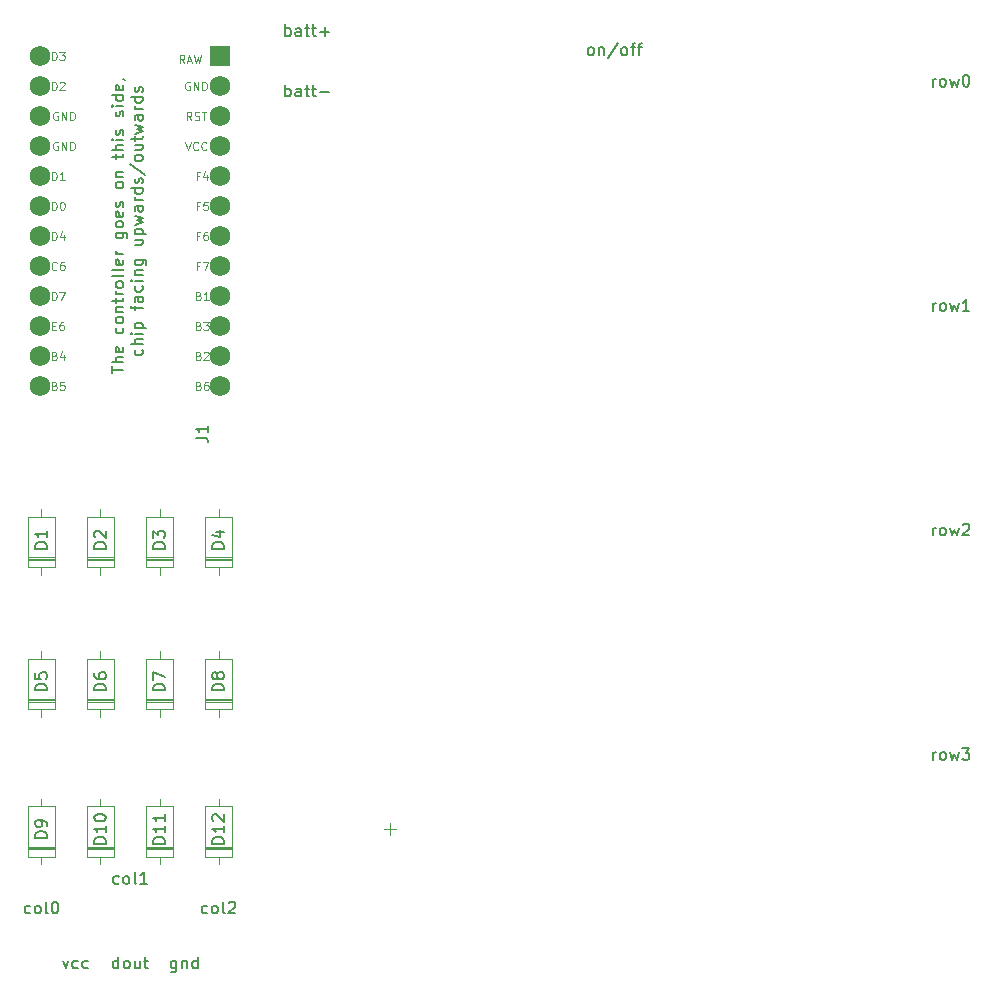
<source format=gbr>
%TF.GenerationSoftware,KiCad,Pcbnew,(6.0.10-0)*%
%TF.CreationDate,2023-01-20T12:34:31+00:00*%
%TF.ProjectId,fauxmac-plus,66617578-6d61-4632-9d70-6c75732e6b69,rev?*%
%TF.SameCoordinates,Original*%
%TF.FileFunction,Legend,Top*%
%TF.FilePolarity,Positive*%
%FSLAX46Y46*%
G04 Gerber Fmt 4.6, Leading zero omitted, Abs format (unit mm)*
G04 Created by KiCad (PCBNEW (6.0.10-0)) date 2023-01-20 12:34:31*
%MOMM*%
%LPD*%
G01*
G04 APERTURE LIST*
%ADD10C,0.150000*%
%ADD11C,0.100000*%
%ADD12C,0.120000*%
%ADD13R,1.752600X1.752600*%
%ADD14C,1.752600*%
G04 APERTURE END LIST*
D10*
X135947380Y-58880952D02*
X135947380Y-58309523D01*
X136947380Y-58595238D02*
X135947380Y-58595238D01*
X136947380Y-57976190D02*
X135947380Y-57976190D01*
X136947380Y-57547619D02*
X136423571Y-57547619D01*
X136328333Y-57595238D01*
X136280714Y-57690476D01*
X136280714Y-57833333D01*
X136328333Y-57928571D01*
X136375952Y-57976190D01*
X136899761Y-56690476D02*
X136947380Y-56785714D01*
X136947380Y-56976190D01*
X136899761Y-57071428D01*
X136804523Y-57119047D01*
X136423571Y-57119047D01*
X136328333Y-57071428D01*
X136280714Y-56976190D01*
X136280714Y-56785714D01*
X136328333Y-56690476D01*
X136423571Y-56642857D01*
X136518809Y-56642857D01*
X136614047Y-57119047D01*
X136899761Y-55023809D02*
X136947380Y-55119047D01*
X136947380Y-55309523D01*
X136899761Y-55404761D01*
X136852142Y-55452380D01*
X136756904Y-55500000D01*
X136471190Y-55500000D01*
X136375952Y-55452380D01*
X136328333Y-55404761D01*
X136280714Y-55309523D01*
X136280714Y-55119047D01*
X136328333Y-55023809D01*
X136947380Y-54452380D02*
X136899761Y-54547619D01*
X136852142Y-54595238D01*
X136756904Y-54642857D01*
X136471190Y-54642857D01*
X136375952Y-54595238D01*
X136328333Y-54547619D01*
X136280714Y-54452380D01*
X136280714Y-54309523D01*
X136328333Y-54214285D01*
X136375952Y-54166666D01*
X136471190Y-54119047D01*
X136756904Y-54119047D01*
X136852142Y-54166666D01*
X136899761Y-54214285D01*
X136947380Y-54309523D01*
X136947380Y-54452380D01*
X136280714Y-53690476D02*
X136947380Y-53690476D01*
X136375952Y-53690476D02*
X136328333Y-53642857D01*
X136280714Y-53547619D01*
X136280714Y-53404761D01*
X136328333Y-53309523D01*
X136423571Y-53261904D01*
X136947380Y-53261904D01*
X136280714Y-52928571D02*
X136280714Y-52547619D01*
X135947380Y-52785714D02*
X136804523Y-52785714D01*
X136899761Y-52738095D01*
X136947380Y-52642857D01*
X136947380Y-52547619D01*
X136947380Y-52214285D02*
X136280714Y-52214285D01*
X136471190Y-52214285D02*
X136375952Y-52166666D01*
X136328333Y-52119047D01*
X136280714Y-52023809D01*
X136280714Y-51928571D01*
X136947380Y-51452380D02*
X136899761Y-51547619D01*
X136852142Y-51595238D01*
X136756904Y-51642857D01*
X136471190Y-51642857D01*
X136375952Y-51595238D01*
X136328333Y-51547619D01*
X136280714Y-51452380D01*
X136280714Y-51309523D01*
X136328333Y-51214285D01*
X136375952Y-51166666D01*
X136471190Y-51119047D01*
X136756904Y-51119047D01*
X136852142Y-51166666D01*
X136899761Y-51214285D01*
X136947380Y-51309523D01*
X136947380Y-51452380D01*
X136947380Y-50547619D02*
X136899761Y-50642857D01*
X136804523Y-50690476D01*
X135947380Y-50690476D01*
X136947380Y-50023809D02*
X136899761Y-50119047D01*
X136804523Y-50166666D01*
X135947380Y-50166666D01*
X136899761Y-49261904D02*
X136947380Y-49357142D01*
X136947380Y-49547619D01*
X136899761Y-49642857D01*
X136804523Y-49690476D01*
X136423571Y-49690476D01*
X136328333Y-49642857D01*
X136280714Y-49547619D01*
X136280714Y-49357142D01*
X136328333Y-49261904D01*
X136423571Y-49214285D01*
X136518809Y-49214285D01*
X136614047Y-49690476D01*
X136947380Y-48785714D02*
X136280714Y-48785714D01*
X136471190Y-48785714D02*
X136375952Y-48738095D01*
X136328333Y-48690476D01*
X136280714Y-48595238D01*
X136280714Y-48500000D01*
X136280714Y-46976190D02*
X137090238Y-46976190D01*
X137185476Y-47023809D01*
X137233095Y-47071428D01*
X137280714Y-47166666D01*
X137280714Y-47309523D01*
X137233095Y-47404761D01*
X136899761Y-46976190D02*
X136947380Y-47071428D01*
X136947380Y-47261904D01*
X136899761Y-47357142D01*
X136852142Y-47404761D01*
X136756904Y-47452380D01*
X136471190Y-47452380D01*
X136375952Y-47404761D01*
X136328333Y-47357142D01*
X136280714Y-47261904D01*
X136280714Y-47071428D01*
X136328333Y-46976190D01*
X136947380Y-46357142D02*
X136899761Y-46452380D01*
X136852142Y-46500000D01*
X136756904Y-46547619D01*
X136471190Y-46547619D01*
X136375952Y-46500000D01*
X136328333Y-46452380D01*
X136280714Y-46357142D01*
X136280714Y-46214285D01*
X136328333Y-46119047D01*
X136375952Y-46071428D01*
X136471190Y-46023809D01*
X136756904Y-46023809D01*
X136852142Y-46071428D01*
X136899761Y-46119047D01*
X136947380Y-46214285D01*
X136947380Y-46357142D01*
X136899761Y-45214285D02*
X136947380Y-45309523D01*
X136947380Y-45500000D01*
X136899761Y-45595238D01*
X136804523Y-45642857D01*
X136423571Y-45642857D01*
X136328333Y-45595238D01*
X136280714Y-45500000D01*
X136280714Y-45309523D01*
X136328333Y-45214285D01*
X136423571Y-45166666D01*
X136518809Y-45166666D01*
X136614047Y-45642857D01*
X136899761Y-44785714D02*
X136947380Y-44690476D01*
X136947380Y-44500000D01*
X136899761Y-44404761D01*
X136804523Y-44357142D01*
X136756904Y-44357142D01*
X136661666Y-44404761D01*
X136614047Y-44500000D01*
X136614047Y-44642857D01*
X136566428Y-44738095D01*
X136471190Y-44785714D01*
X136423571Y-44785714D01*
X136328333Y-44738095D01*
X136280714Y-44642857D01*
X136280714Y-44500000D01*
X136328333Y-44404761D01*
X136947380Y-43023809D02*
X136899761Y-43119047D01*
X136852142Y-43166666D01*
X136756904Y-43214285D01*
X136471190Y-43214285D01*
X136375952Y-43166666D01*
X136328333Y-43119047D01*
X136280714Y-43023809D01*
X136280714Y-42880952D01*
X136328333Y-42785714D01*
X136375952Y-42738095D01*
X136471190Y-42690476D01*
X136756904Y-42690476D01*
X136852142Y-42738095D01*
X136899761Y-42785714D01*
X136947380Y-42880952D01*
X136947380Y-43023809D01*
X136280714Y-42261904D02*
X136947380Y-42261904D01*
X136375952Y-42261904D02*
X136328333Y-42214285D01*
X136280714Y-42119047D01*
X136280714Y-41976190D01*
X136328333Y-41880952D01*
X136423571Y-41833333D01*
X136947380Y-41833333D01*
X136280714Y-40738095D02*
X136280714Y-40357142D01*
X135947380Y-40595238D02*
X136804523Y-40595238D01*
X136899761Y-40547619D01*
X136947380Y-40452380D01*
X136947380Y-40357142D01*
X136947380Y-40023809D02*
X135947380Y-40023809D01*
X136947380Y-39595238D02*
X136423571Y-39595238D01*
X136328333Y-39642857D01*
X136280714Y-39738095D01*
X136280714Y-39880952D01*
X136328333Y-39976190D01*
X136375952Y-40023809D01*
X136947380Y-39119047D02*
X136280714Y-39119047D01*
X135947380Y-39119047D02*
X135995000Y-39166666D01*
X136042619Y-39119047D01*
X135995000Y-39071428D01*
X135947380Y-39119047D01*
X136042619Y-39119047D01*
X136899761Y-38690476D02*
X136947380Y-38595238D01*
X136947380Y-38404761D01*
X136899761Y-38309523D01*
X136804523Y-38261904D01*
X136756904Y-38261904D01*
X136661666Y-38309523D01*
X136614047Y-38404761D01*
X136614047Y-38547619D01*
X136566428Y-38642857D01*
X136471190Y-38690476D01*
X136423571Y-38690476D01*
X136328333Y-38642857D01*
X136280714Y-38547619D01*
X136280714Y-38404761D01*
X136328333Y-38309523D01*
X136899761Y-37119047D02*
X136947380Y-37023809D01*
X136947380Y-36833333D01*
X136899761Y-36738095D01*
X136804523Y-36690476D01*
X136756904Y-36690476D01*
X136661666Y-36738095D01*
X136614047Y-36833333D01*
X136614047Y-36976190D01*
X136566428Y-37071428D01*
X136471190Y-37119047D01*
X136423571Y-37119047D01*
X136328333Y-37071428D01*
X136280714Y-36976190D01*
X136280714Y-36833333D01*
X136328333Y-36738095D01*
X136947380Y-36261904D02*
X136280714Y-36261904D01*
X135947380Y-36261904D02*
X135995000Y-36309523D01*
X136042619Y-36261904D01*
X135995000Y-36214285D01*
X135947380Y-36261904D01*
X136042619Y-36261904D01*
X136947380Y-35357142D02*
X135947380Y-35357142D01*
X136899761Y-35357142D02*
X136947380Y-35452380D01*
X136947380Y-35642857D01*
X136899761Y-35738095D01*
X136852142Y-35785714D01*
X136756904Y-35833333D01*
X136471190Y-35833333D01*
X136375952Y-35785714D01*
X136328333Y-35738095D01*
X136280714Y-35642857D01*
X136280714Y-35452380D01*
X136328333Y-35357142D01*
X136899761Y-34500000D02*
X136947380Y-34595238D01*
X136947380Y-34785714D01*
X136899761Y-34880952D01*
X136804523Y-34928571D01*
X136423571Y-34928571D01*
X136328333Y-34880952D01*
X136280714Y-34785714D01*
X136280714Y-34595238D01*
X136328333Y-34500000D01*
X136423571Y-34452380D01*
X136518809Y-34452380D01*
X136614047Y-34928571D01*
X136899761Y-33976190D02*
X136947380Y-33976190D01*
X137042619Y-34023809D01*
X137090238Y-34071428D01*
X138509761Y-56880952D02*
X138557380Y-56976190D01*
X138557380Y-57166666D01*
X138509761Y-57261904D01*
X138462142Y-57309523D01*
X138366904Y-57357142D01*
X138081190Y-57357142D01*
X137985952Y-57309523D01*
X137938333Y-57261904D01*
X137890714Y-57166666D01*
X137890714Y-56976190D01*
X137938333Y-56880952D01*
X138557380Y-56452380D02*
X137557380Y-56452380D01*
X138557380Y-56023809D02*
X138033571Y-56023809D01*
X137938333Y-56071428D01*
X137890714Y-56166666D01*
X137890714Y-56309523D01*
X137938333Y-56404761D01*
X137985952Y-56452380D01*
X138557380Y-55547619D02*
X137890714Y-55547619D01*
X137557380Y-55547619D02*
X137605000Y-55595238D01*
X137652619Y-55547619D01*
X137605000Y-55500000D01*
X137557380Y-55547619D01*
X137652619Y-55547619D01*
X137890714Y-55071428D02*
X138890714Y-55071428D01*
X137938333Y-55071428D02*
X137890714Y-54976190D01*
X137890714Y-54785714D01*
X137938333Y-54690476D01*
X137985952Y-54642857D01*
X138081190Y-54595238D01*
X138366904Y-54595238D01*
X138462142Y-54642857D01*
X138509761Y-54690476D01*
X138557380Y-54785714D01*
X138557380Y-54976190D01*
X138509761Y-55071428D01*
X137890714Y-53547619D02*
X137890714Y-53166666D01*
X138557380Y-53404761D02*
X137700238Y-53404761D01*
X137605000Y-53357142D01*
X137557380Y-53261904D01*
X137557380Y-53166666D01*
X138557380Y-52404761D02*
X138033571Y-52404761D01*
X137938333Y-52452380D01*
X137890714Y-52547619D01*
X137890714Y-52738095D01*
X137938333Y-52833333D01*
X138509761Y-52404761D02*
X138557380Y-52500000D01*
X138557380Y-52738095D01*
X138509761Y-52833333D01*
X138414523Y-52880952D01*
X138319285Y-52880952D01*
X138224047Y-52833333D01*
X138176428Y-52738095D01*
X138176428Y-52500000D01*
X138128809Y-52404761D01*
X138509761Y-51500000D02*
X138557380Y-51595238D01*
X138557380Y-51785714D01*
X138509761Y-51880952D01*
X138462142Y-51928571D01*
X138366904Y-51976190D01*
X138081190Y-51976190D01*
X137985952Y-51928571D01*
X137938333Y-51880952D01*
X137890714Y-51785714D01*
X137890714Y-51595238D01*
X137938333Y-51500000D01*
X138557380Y-51071428D02*
X137890714Y-51071428D01*
X137557380Y-51071428D02*
X137605000Y-51119047D01*
X137652619Y-51071428D01*
X137605000Y-51023809D01*
X137557380Y-51071428D01*
X137652619Y-51071428D01*
X137890714Y-50595238D02*
X138557380Y-50595238D01*
X137985952Y-50595238D02*
X137938333Y-50547619D01*
X137890714Y-50452380D01*
X137890714Y-50309523D01*
X137938333Y-50214285D01*
X138033571Y-50166666D01*
X138557380Y-50166666D01*
X137890714Y-49261904D02*
X138700238Y-49261904D01*
X138795476Y-49309523D01*
X138843095Y-49357142D01*
X138890714Y-49452380D01*
X138890714Y-49595238D01*
X138843095Y-49690476D01*
X138509761Y-49261904D02*
X138557380Y-49357142D01*
X138557380Y-49547619D01*
X138509761Y-49642857D01*
X138462142Y-49690476D01*
X138366904Y-49738095D01*
X138081190Y-49738095D01*
X137985952Y-49690476D01*
X137938333Y-49642857D01*
X137890714Y-49547619D01*
X137890714Y-49357142D01*
X137938333Y-49261904D01*
X137890714Y-47595238D02*
X138557380Y-47595238D01*
X137890714Y-48023809D02*
X138414523Y-48023809D01*
X138509761Y-47976190D01*
X138557380Y-47880952D01*
X138557380Y-47738095D01*
X138509761Y-47642857D01*
X138462142Y-47595238D01*
X137890714Y-47119047D02*
X138890714Y-47119047D01*
X137938333Y-47119047D02*
X137890714Y-47023809D01*
X137890714Y-46833333D01*
X137938333Y-46738095D01*
X137985952Y-46690476D01*
X138081190Y-46642857D01*
X138366904Y-46642857D01*
X138462142Y-46690476D01*
X138509761Y-46738095D01*
X138557380Y-46833333D01*
X138557380Y-47023809D01*
X138509761Y-47119047D01*
X137890714Y-46309523D02*
X138557380Y-46119047D01*
X138081190Y-45928571D01*
X138557380Y-45738095D01*
X137890714Y-45547619D01*
X138557380Y-44738095D02*
X138033571Y-44738095D01*
X137938333Y-44785714D01*
X137890714Y-44880952D01*
X137890714Y-45071428D01*
X137938333Y-45166666D01*
X138509761Y-44738095D02*
X138557380Y-44833333D01*
X138557380Y-45071428D01*
X138509761Y-45166666D01*
X138414523Y-45214285D01*
X138319285Y-45214285D01*
X138224047Y-45166666D01*
X138176428Y-45071428D01*
X138176428Y-44833333D01*
X138128809Y-44738095D01*
X138557380Y-44261904D02*
X137890714Y-44261904D01*
X138081190Y-44261904D02*
X137985952Y-44214285D01*
X137938333Y-44166666D01*
X137890714Y-44071428D01*
X137890714Y-43976190D01*
X138557380Y-43214285D02*
X137557380Y-43214285D01*
X138509761Y-43214285D02*
X138557380Y-43309523D01*
X138557380Y-43500000D01*
X138509761Y-43595238D01*
X138462142Y-43642857D01*
X138366904Y-43690476D01*
X138081190Y-43690476D01*
X137985952Y-43642857D01*
X137938333Y-43595238D01*
X137890714Y-43500000D01*
X137890714Y-43309523D01*
X137938333Y-43214285D01*
X138509761Y-42785714D02*
X138557380Y-42690476D01*
X138557380Y-42500000D01*
X138509761Y-42404761D01*
X138414523Y-42357142D01*
X138366904Y-42357142D01*
X138271666Y-42404761D01*
X138224047Y-42500000D01*
X138224047Y-42642857D01*
X138176428Y-42738095D01*
X138081190Y-42785714D01*
X138033571Y-42785714D01*
X137938333Y-42738095D01*
X137890714Y-42642857D01*
X137890714Y-42500000D01*
X137938333Y-42404761D01*
X137509761Y-41214285D02*
X138795476Y-42071428D01*
X138557380Y-40738095D02*
X138509761Y-40833333D01*
X138462142Y-40880952D01*
X138366904Y-40928571D01*
X138081190Y-40928571D01*
X137985952Y-40880952D01*
X137938333Y-40833333D01*
X137890714Y-40738095D01*
X137890714Y-40595238D01*
X137938333Y-40500000D01*
X137985952Y-40452380D01*
X138081190Y-40404761D01*
X138366904Y-40404761D01*
X138462142Y-40452380D01*
X138509761Y-40500000D01*
X138557380Y-40595238D01*
X138557380Y-40738095D01*
X137890714Y-39547619D02*
X138557380Y-39547619D01*
X137890714Y-39976190D02*
X138414523Y-39976190D01*
X138509761Y-39928571D01*
X138557380Y-39833333D01*
X138557380Y-39690476D01*
X138509761Y-39595238D01*
X138462142Y-39547619D01*
X137890714Y-39214285D02*
X137890714Y-38833333D01*
X137557380Y-39071428D02*
X138414523Y-39071428D01*
X138509761Y-39023809D01*
X138557380Y-38928571D01*
X138557380Y-38833333D01*
X137890714Y-38595238D02*
X138557380Y-38404761D01*
X138081190Y-38214285D01*
X138557380Y-38023809D01*
X137890714Y-37833333D01*
X138557380Y-37023809D02*
X138033571Y-37023809D01*
X137938333Y-37071428D01*
X137890714Y-37166666D01*
X137890714Y-37357142D01*
X137938333Y-37452380D01*
X138509761Y-37023809D02*
X138557380Y-37119047D01*
X138557380Y-37357142D01*
X138509761Y-37452380D01*
X138414523Y-37500000D01*
X138319285Y-37500000D01*
X138224047Y-37452380D01*
X138176428Y-37357142D01*
X138176428Y-37119047D01*
X138128809Y-37023809D01*
X138557380Y-36547619D02*
X137890714Y-36547619D01*
X138081190Y-36547619D02*
X137985952Y-36500000D01*
X137938333Y-36452380D01*
X137890714Y-36357142D01*
X137890714Y-36261904D01*
X138557380Y-35500000D02*
X137557380Y-35500000D01*
X138509761Y-35500000D02*
X138557380Y-35595238D01*
X138557380Y-35785714D01*
X138509761Y-35880952D01*
X138462142Y-35928571D01*
X138366904Y-35976190D01*
X138081190Y-35976190D01*
X137985952Y-35928571D01*
X137938333Y-35880952D01*
X137890714Y-35785714D01*
X137890714Y-35595238D01*
X137938333Y-35500000D01*
X138509761Y-35071428D02*
X138557380Y-34976190D01*
X138557380Y-34785714D01*
X138509761Y-34690476D01*
X138414523Y-34642857D01*
X138366904Y-34642857D01*
X138271666Y-34690476D01*
X138224047Y-34785714D01*
X138224047Y-34928571D01*
X138176428Y-35023809D01*
X138081190Y-35071428D01*
X138033571Y-35071428D01*
X137938333Y-35023809D01*
X137890714Y-34928571D01*
X137890714Y-34785714D01*
X137938333Y-34690476D01*
%TO.C,batt-*%
X150642857Y-35452380D02*
X150642857Y-34452380D01*
X150642857Y-34833333D02*
X150738095Y-34785714D01*
X150928571Y-34785714D01*
X151023809Y-34833333D01*
X151071428Y-34880952D01*
X151119047Y-34976190D01*
X151119047Y-35261904D01*
X151071428Y-35357142D01*
X151023809Y-35404761D01*
X150928571Y-35452380D01*
X150738095Y-35452380D01*
X150642857Y-35404761D01*
X151976190Y-35452380D02*
X151976190Y-34928571D01*
X151928571Y-34833333D01*
X151833333Y-34785714D01*
X151642857Y-34785714D01*
X151547619Y-34833333D01*
X151976190Y-35404761D02*
X151880952Y-35452380D01*
X151642857Y-35452380D01*
X151547619Y-35404761D01*
X151500000Y-35309523D01*
X151500000Y-35214285D01*
X151547619Y-35119047D01*
X151642857Y-35071428D01*
X151880952Y-35071428D01*
X151976190Y-35023809D01*
X152309523Y-34785714D02*
X152690476Y-34785714D01*
X152452380Y-34452380D02*
X152452380Y-35309523D01*
X152500000Y-35404761D01*
X152595238Y-35452380D01*
X152690476Y-35452380D01*
X152880952Y-34785714D02*
X153261904Y-34785714D01*
X153023809Y-34452380D02*
X153023809Y-35309523D01*
X153071428Y-35404761D01*
X153166666Y-35452380D01*
X153261904Y-35452380D01*
X153595238Y-35071428D02*
X154357142Y-35071428D01*
%TO.C,batt+*%
X150642857Y-30352380D02*
X150642857Y-29352380D01*
X150642857Y-29733333D02*
X150738095Y-29685714D01*
X150928571Y-29685714D01*
X151023809Y-29733333D01*
X151071428Y-29780952D01*
X151119047Y-29876190D01*
X151119047Y-30161904D01*
X151071428Y-30257142D01*
X151023809Y-30304761D01*
X150928571Y-30352380D01*
X150738095Y-30352380D01*
X150642857Y-30304761D01*
X151976190Y-30352380D02*
X151976190Y-29828571D01*
X151928571Y-29733333D01*
X151833333Y-29685714D01*
X151642857Y-29685714D01*
X151547619Y-29733333D01*
X151976190Y-30304761D02*
X151880952Y-30352380D01*
X151642857Y-30352380D01*
X151547619Y-30304761D01*
X151500000Y-30209523D01*
X151500000Y-30114285D01*
X151547619Y-30019047D01*
X151642857Y-29971428D01*
X151880952Y-29971428D01*
X151976190Y-29923809D01*
X152309523Y-29685714D02*
X152690476Y-29685714D01*
X152452380Y-29352380D02*
X152452380Y-30209523D01*
X152500000Y-30304761D01*
X152595238Y-30352380D01*
X152690476Y-30352380D01*
X152880952Y-29685714D02*
X153261904Y-29685714D01*
X153023809Y-29352380D02*
X153023809Y-30209523D01*
X153071428Y-30304761D01*
X153166666Y-30352380D01*
X153261904Y-30352380D01*
X153595238Y-29971428D02*
X154357142Y-29971428D01*
X153976190Y-30352380D02*
X153976190Y-29590476D01*
%TO.C,col0*%
X129047619Y-104574761D02*
X128952380Y-104622380D01*
X128761904Y-104622380D01*
X128666666Y-104574761D01*
X128619047Y-104527142D01*
X128571428Y-104431904D01*
X128571428Y-104146190D01*
X128619047Y-104050952D01*
X128666666Y-104003333D01*
X128761904Y-103955714D01*
X128952380Y-103955714D01*
X129047619Y-104003333D01*
X129619047Y-104622380D02*
X129523809Y-104574761D01*
X129476190Y-104527142D01*
X129428571Y-104431904D01*
X129428571Y-104146190D01*
X129476190Y-104050952D01*
X129523809Y-104003333D01*
X129619047Y-103955714D01*
X129761904Y-103955714D01*
X129857142Y-104003333D01*
X129904761Y-104050952D01*
X129952380Y-104146190D01*
X129952380Y-104431904D01*
X129904761Y-104527142D01*
X129857142Y-104574761D01*
X129761904Y-104622380D01*
X129619047Y-104622380D01*
X130523809Y-104622380D02*
X130428571Y-104574761D01*
X130380952Y-104479523D01*
X130380952Y-103622380D01*
X131095238Y-103622380D02*
X131190476Y-103622380D01*
X131285714Y-103670000D01*
X131333333Y-103717619D01*
X131380952Y-103812857D01*
X131428571Y-104003333D01*
X131428571Y-104241428D01*
X131380952Y-104431904D01*
X131333333Y-104527142D01*
X131285714Y-104574761D01*
X131190476Y-104622380D01*
X131095238Y-104622380D01*
X131000000Y-104574761D01*
X130952380Y-104527142D01*
X130904761Y-104431904D01*
X130857142Y-104241428D01*
X130857142Y-104003333D01*
X130904761Y-103812857D01*
X130952380Y-103717619D01*
X131000000Y-103670000D01*
X131095238Y-103622380D01*
%TO.C,col1*%
X136547619Y-102074761D02*
X136452380Y-102122380D01*
X136261904Y-102122380D01*
X136166666Y-102074761D01*
X136119047Y-102027142D01*
X136071428Y-101931904D01*
X136071428Y-101646190D01*
X136119047Y-101550952D01*
X136166666Y-101503333D01*
X136261904Y-101455714D01*
X136452380Y-101455714D01*
X136547619Y-101503333D01*
X137119047Y-102122380D02*
X137023809Y-102074761D01*
X136976190Y-102027142D01*
X136928571Y-101931904D01*
X136928571Y-101646190D01*
X136976190Y-101550952D01*
X137023809Y-101503333D01*
X137119047Y-101455714D01*
X137261904Y-101455714D01*
X137357142Y-101503333D01*
X137404761Y-101550952D01*
X137452380Y-101646190D01*
X137452380Y-101931904D01*
X137404761Y-102027142D01*
X137357142Y-102074761D01*
X137261904Y-102122380D01*
X137119047Y-102122380D01*
X138023809Y-102122380D02*
X137928571Y-102074761D01*
X137880952Y-101979523D01*
X137880952Y-101122380D01*
X138928571Y-102122380D02*
X138357142Y-102122380D01*
X138642857Y-102122380D02*
X138642857Y-101122380D01*
X138547619Y-101265238D01*
X138452380Y-101360476D01*
X138357142Y-101408095D01*
%TO.C,col2*%
X144047619Y-104574761D02*
X143952380Y-104622380D01*
X143761904Y-104622380D01*
X143666666Y-104574761D01*
X143619047Y-104527142D01*
X143571428Y-104431904D01*
X143571428Y-104146190D01*
X143619047Y-104050952D01*
X143666666Y-104003333D01*
X143761904Y-103955714D01*
X143952380Y-103955714D01*
X144047619Y-104003333D01*
X144619047Y-104622380D02*
X144523809Y-104574761D01*
X144476190Y-104527142D01*
X144428571Y-104431904D01*
X144428571Y-104146190D01*
X144476190Y-104050952D01*
X144523809Y-104003333D01*
X144619047Y-103955714D01*
X144761904Y-103955714D01*
X144857142Y-104003333D01*
X144904761Y-104050952D01*
X144952380Y-104146190D01*
X144952380Y-104431904D01*
X144904761Y-104527142D01*
X144857142Y-104574761D01*
X144761904Y-104622380D01*
X144619047Y-104622380D01*
X145523809Y-104622380D02*
X145428571Y-104574761D01*
X145380952Y-104479523D01*
X145380952Y-103622380D01*
X145857142Y-103717619D02*
X145904761Y-103670000D01*
X146000000Y-103622380D01*
X146238095Y-103622380D01*
X146333333Y-103670000D01*
X146380952Y-103717619D01*
X146428571Y-103812857D01*
X146428571Y-103908095D01*
X146380952Y-104050952D01*
X145809523Y-104622380D01*
X146428571Y-104622380D01*
%TO.C,D1*%
X130452380Y-73738095D02*
X129452380Y-73738095D01*
X129452380Y-73500000D01*
X129500000Y-73357142D01*
X129595238Y-73261904D01*
X129690476Y-73214285D01*
X129880952Y-73166666D01*
X130023809Y-73166666D01*
X130214285Y-73214285D01*
X130309523Y-73261904D01*
X130404761Y-73357142D01*
X130452380Y-73500000D01*
X130452380Y-73738095D01*
X130452380Y-72214285D02*
X130452380Y-72785714D01*
X130452380Y-72500000D02*
X129452380Y-72500000D01*
X129595238Y-72595238D01*
X129690476Y-72690476D01*
X129738095Y-72785714D01*
%TO.C,D3*%
X140452380Y-73738095D02*
X139452380Y-73738095D01*
X139452380Y-73500000D01*
X139500000Y-73357142D01*
X139595238Y-73261904D01*
X139690476Y-73214285D01*
X139880952Y-73166666D01*
X140023809Y-73166666D01*
X140214285Y-73214285D01*
X140309523Y-73261904D01*
X140404761Y-73357142D01*
X140452380Y-73500000D01*
X140452380Y-73738095D01*
X139452380Y-72833333D02*
X139452380Y-72214285D01*
X139833333Y-72547619D01*
X139833333Y-72404761D01*
X139880952Y-72309523D01*
X139928571Y-72261904D01*
X140023809Y-72214285D01*
X140261904Y-72214285D01*
X140357142Y-72261904D01*
X140404761Y-72309523D01*
X140452380Y-72404761D01*
X140452380Y-72690476D01*
X140404761Y-72785714D01*
X140357142Y-72833333D01*
%TO.C,D5*%
X130452380Y-85738095D02*
X129452380Y-85738095D01*
X129452380Y-85500000D01*
X129500000Y-85357142D01*
X129595238Y-85261904D01*
X129690476Y-85214285D01*
X129880952Y-85166666D01*
X130023809Y-85166666D01*
X130214285Y-85214285D01*
X130309523Y-85261904D01*
X130404761Y-85357142D01*
X130452380Y-85500000D01*
X130452380Y-85738095D01*
X129452380Y-84261904D02*
X129452380Y-84738095D01*
X129928571Y-84785714D01*
X129880952Y-84738095D01*
X129833333Y-84642857D01*
X129833333Y-84404761D01*
X129880952Y-84309523D01*
X129928571Y-84261904D01*
X130023809Y-84214285D01*
X130261904Y-84214285D01*
X130357142Y-84261904D01*
X130404761Y-84309523D01*
X130452380Y-84404761D01*
X130452380Y-84642857D01*
X130404761Y-84738095D01*
X130357142Y-84785714D01*
%TO.C,D6*%
X135452380Y-85738095D02*
X134452380Y-85738095D01*
X134452380Y-85500000D01*
X134500000Y-85357142D01*
X134595238Y-85261904D01*
X134690476Y-85214285D01*
X134880952Y-85166666D01*
X135023809Y-85166666D01*
X135214285Y-85214285D01*
X135309523Y-85261904D01*
X135404761Y-85357142D01*
X135452380Y-85500000D01*
X135452380Y-85738095D01*
X134452380Y-84309523D02*
X134452380Y-84500000D01*
X134500000Y-84595238D01*
X134547619Y-84642857D01*
X134690476Y-84738095D01*
X134880952Y-84785714D01*
X135261904Y-84785714D01*
X135357142Y-84738095D01*
X135404761Y-84690476D01*
X135452380Y-84595238D01*
X135452380Y-84404761D01*
X135404761Y-84309523D01*
X135357142Y-84261904D01*
X135261904Y-84214285D01*
X135023809Y-84214285D01*
X134928571Y-84261904D01*
X134880952Y-84309523D01*
X134833333Y-84404761D01*
X134833333Y-84595238D01*
X134880952Y-84690476D01*
X134928571Y-84738095D01*
X135023809Y-84785714D01*
%TO.C,D7*%
X140452380Y-85738095D02*
X139452380Y-85738095D01*
X139452380Y-85500000D01*
X139500000Y-85357142D01*
X139595238Y-85261904D01*
X139690476Y-85214285D01*
X139880952Y-85166666D01*
X140023809Y-85166666D01*
X140214285Y-85214285D01*
X140309523Y-85261904D01*
X140404761Y-85357142D01*
X140452380Y-85500000D01*
X140452380Y-85738095D01*
X139452380Y-84833333D02*
X139452380Y-84166666D01*
X140452380Y-84595238D01*
%TO.C,D8*%
X145452380Y-85738095D02*
X144452380Y-85738095D01*
X144452380Y-85500000D01*
X144500000Y-85357142D01*
X144595238Y-85261904D01*
X144690476Y-85214285D01*
X144880952Y-85166666D01*
X145023809Y-85166666D01*
X145214285Y-85214285D01*
X145309523Y-85261904D01*
X145404761Y-85357142D01*
X145452380Y-85500000D01*
X145452380Y-85738095D01*
X144880952Y-84595238D02*
X144833333Y-84690476D01*
X144785714Y-84738095D01*
X144690476Y-84785714D01*
X144642857Y-84785714D01*
X144547619Y-84738095D01*
X144500000Y-84690476D01*
X144452380Y-84595238D01*
X144452380Y-84404761D01*
X144500000Y-84309523D01*
X144547619Y-84261904D01*
X144642857Y-84214285D01*
X144690476Y-84214285D01*
X144785714Y-84261904D01*
X144833333Y-84309523D01*
X144880952Y-84404761D01*
X144880952Y-84595238D01*
X144928571Y-84690476D01*
X144976190Y-84738095D01*
X145071428Y-84785714D01*
X145261904Y-84785714D01*
X145357142Y-84738095D01*
X145404761Y-84690476D01*
X145452380Y-84595238D01*
X145452380Y-84404761D01*
X145404761Y-84309523D01*
X145357142Y-84261904D01*
X145261904Y-84214285D01*
X145071428Y-84214285D01*
X144976190Y-84261904D01*
X144928571Y-84309523D01*
X144880952Y-84404761D01*
%TO.C,D9*%
X130452380Y-98238095D02*
X129452380Y-98238095D01*
X129452380Y-98000000D01*
X129500000Y-97857142D01*
X129595238Y-97761904D01*
X129690476Y-97714285D01*
X129880952Y-97666666D01*
X130023809Y-97666666D01*
X130214285Y-97714285D01*
X130309523Y-97761904D01*
X130404761Y-97857142D01*
X130452380Y-98000000D01*
X130452380Y-98238095D01*
X130452380Y-97190476D02*
X130452380Y-97000000D01*
X130404761Y-96904761D01*
X130357142Y-96857142D01*
X130214285Y-96761904D01*
X130023809Y-96714285D01*
X129642857Y-96714285D01*
X129547619Y-96761904D01*
X129500000Y-96809523D01*
X129452380Y-96904761D01*
X129452380Y-97095238D01*
X129500000Y-97190476D01*
X129547619Y-97238095D01*
X129642857Y-97285714D01*
X129880952Y-97285714D01*
X129976190Y-97238095D01*
X130023809Y-97190476D01*
X130071428Y-97095238D01*
X130071428Y-96904761D01*
X130023809Y-96809523D01*
X129976190Y-96761904D01*
X129880952Y-96714285D01*
%TO.C,D10*%
X135452380Y-98714285D02*
X134452380Y-98714285D01*
X134452380Y-98476190D01*
X134500000Y-98333333D01*
X134595238Y-98238095D01*
X134690476Y-98190476D01*
X134880952Y-98142857D01*
X135023809Y-98142857D01*
X135214285Y-98190476D01*
X135309523Y-98238095D01*
X135404761Y-98333333D01*
X135452380Y-98476190D01*
X135452380Y-98714285D01*
X135452380Y-97190476D02*
X135452380Y-97761904D01*
X135452380Y-97476190D02*
X134452380Y-97476190D01*
X134595238Y-97571428D01*
X134690476Y-97666666D01*
X134738095Y-97761904D01*
X134452380Y-96571428D02*
X134452380Y-96476190D01*
X134500000Y-96380952D01*
X134547619Y-96333333D01*
X134642857Y-96285714D01*
X134833333Y-96238095D01*
X135071428Y-96238095D01*
X135261904Y-96285714D01*
X135357142Y-96333333D01*
X135404761Y-96380952D01*
X135452380Y-96476190D01*
X135452380Y-96571428D01*
X135404761Y-96666666D01*
X135357142Y-96714285D01*
X135261904Y-96761904D01*
X135071428Y-96809523D01*
X134833333Y-96809523D01*
X134642857Y-96761904D01*
X134547619Y-96714285D01*
X134500000Y-96666666D01*
X134452380Y-96571428D01*
%TO.C,D12*%
X145452380Y-98714285D02*
X144452380Y-98714285D01*
X144452380Y-98476190D01*
X144500000Y-98333333D01*
X144595238Y-98238095D01*
X144690476Y-98190476D01*
X144880952Y-98142857D01*
X145023809Y-98142857D01*
X145214285Y-98190476D01*
X145309523Y-98238095D01*
X145404761Y-98333333D01*
X145452380Y-98476190D01*
X145452380Y-98714285D01*
X145452380Y-97190476D02*
X145452380Y-97761904D01*
X145452380Y-97476190D02*
X144452380Y-97476190D01*
X144595238Y-97571428D01*
X144690476Y-97666666D01*
X144738095Y-97761904D01*
X144547619Y-96809523D02*
X144500000Y-96761904D01*
X144452380Y-96666666D01*
X144452380Y-96428571D01*
X144500000Y-96333333D01*
X144547619Y-96285714D01*
X144642857Y-96238095D01*
X144738095Y-96238095D01*
X144880952Y-96285714D01*
X145452380Y-96857142D01*
X145452380Y-96238095D01*
%TO.C,row0*%
X205476190Y-34622380D02*
X205476190Y-33955714D01*
X205476190Y-34146190D02*
X205523809Y-34050952D01*
X205571428Y-34003333D01*
X205666666Y-33955714D01*
X205761904Y-33955714D01*
X206238095Y-34622380D02*
X206142857Y-34574761D01*
X206095238Y-34527142D01*
X206047619Y-34431904D01*
X206047619Y-34146190D01*
X206095238Y-34050952D01*
X206142857Y-34003333D01*
X206238095Y-33955714D01*
X206380952Y-33955714D01*
X206476190Y-34003333D01*
X206523809Y-34050952D01*
X206571428Y-34146190D01*
X206571428Y-34431904D01*
X206523809Y-34527142D01*
X206476190Y-34574761D01*
X206380952Y-34622380D01*
X206238095Y-34622380D01*
X206904761Y-33955714D02*
X207095238Y-34622380D01*
X207285714Y-34146190D01*
X207476190Y-34622380D01*
X207666666Y-33955714D01*
X208238095Y-33622380D02*
X208333333Y-33622380D01*
X208428571Y-33670000D01*
X208476190Y-33717619D01*
X208523809Y-33812857D01*
X208571428Y-34003333D01*
X208571428Y-34241428D01*
X208523809Y-34431904D01*
X208476190Y-34527142D01*
X208428571Y-34574761D01*
X208333333Y-34622380D01*
X208238095Y-34622380D01*
X208142857Y-34574761D01*
X208095238Y-34527142D01*
X208047619Y-34431904D01*
X208000000Y-34241428D01*
X208000000Y-34003333D01*
X208047619Y-33812857D01*
X208095238Y-33717619D01*
X208142857Y-33670000D01*
X208238095Y-33622380D01*
%TO.C,row1*%
X205476190Y-53622380D02*
X205476190Y-52955714D01*
X205476190Y-53146190D02*
X205523809Y-53050952D01*
X205571428Y-53003333D01*
X205666666Y-52955714D01*
X205761904Y-52955714D01*
X206238095Y-53622380D02*
X206142857Y-53574761D01*
X206095238Y-53527142D01*
X206047619Y-53431904D01*
X206047619Y-53146190D01*
X206095238Y-53050952D01*
X206142857Y-53003333D01*
X206238095Y-52955714D01*
X206380952Y-52955714D01*
X206476190Y-53003333D01*
X206523809Y-53050952D01*
X206571428Y-53146190D01*
X206571428Y-53431904D01*
X206523809Y-53527142D01*
X206476190Y-53574761D01*
X206380952Y-53622380D01*
X206238095Y-53622380D01*
X206904761Y-52955714D02*
X207095238Y-53622380D01*
X207285714Y-53146190D01*
X207476190Y-53622380D01*
X207666666Y-52955714D01*
X208571428Y-53622380D02*
X208000000Y-53622380D01*
X208285714Y-53622380D02*
X208285714Y-52622380D01*
X208190476Y-52765238D01*
X208095238Y-52860476D01*
X208000000Y-52908095D01*
%TO.C,row2*%
X205476190Y-72622380D02*
X205476190Y-71955714D01*
X205476190Y-72146190D02*
X205523809Y-72050952D01*
X205571428Y-72003333D01*
X205666666Y-71955714D01*
X205761904Y-71955714D01*
X206238095Y-72622380D02*
X206142857Y-72574761D01*
X206095238Y-72527142D01*
X206047619Y-72431904D01*
X206047619Y-72146190D01*
X206095238Y-72050952D01*
X206142857Y-72003333D01*
X206238095Y-71955714D01*
X206380952Y-71955714D01*
X206476190Y-72003333D01*
X206523809Y-72050952D01*
X206571428Y-72146190D01*
X206571428Y-72431904D01*
X206523809Y-72527142D01*
X206476190Y-72574761D01*
X206380952Y-72622380D01*
X206238095Y-72622380D01*
X206904761Y-71955714D02*
X207095238Y-72622380D01*
X207285714Y-72146190D01*
X207476190Y-72622380D01*
X207666666Y-71955714D01*
X208000000Y-71717619D02*
X208047619Y-71670000D01*
X208142857Y-71622380D01*
X208380952Y-71622380D01*
X208476190Y-71670000D01*
X208523809Y-71717619D01*
X208571428Y-71812857D01*
X208571428Y-71908095D01*
X208523809Y-72050952D01*
X207952380Y-72622380D01*
X208571428Y-72622380D01*
%TO.C,row3*%
X205476190Y-91622380D02*
X205476190Y-90955714D01*
X205476190Y-91146190D02*
X205523809Y-91050952D01*
X205571428Y-91003333D01*
X205666666Y-90955714D01*
X205761904Y-90955714D01*
X206238095Y-91622380D02*
X206142857Y-91574761D01*
X206095238Y-91527142D01*
X206047619Y-91431904D01*
X206047619Y-91146190D01*
X206095238Y-91050952D01*
X206142857Y-91003333D01*
X206238095Y-90955714D01*
X206380952Y-90955714D01*
X206476190Y-91003333D01*
X206523809Y-91050952D01*
X206571428Y-91146190D01*
X206571428Y-91431904D01*
X206523809Y-91527142D01*
X206476190Y-91574761D01*
X206380952Y-91622380D01*
X206238095Y-91622380D01*
X206904761Y-90955714D02*
X207095238Y-91622380D01*
X207285714Y-91146190D01*
X207476190Y-91622380D01*
X207666666Y-90955714D01*
X207952380Y-90622380D02*
X208571428Y-90622380D01*
X208238095Y-91003333D01*
X208380952Y-91003333D01*
X208476190Y-91050952D01*
X208523809Y-91098571D01*
X208571428Y-91193809D01*
X208571428Y-91431904D01*
X208523809Y-91527142D01*
X208476190Y-91574761D01*
X208380952Y-91622380D01*
X208095238Y-91622380D01*
X208000000Y-91574761D01*
X207952380Y-91527142D01*
%TO.C,on/off*%
X176428571Y-31952380D02*
X176333333Y-31904761D01*
X176285714Y-31857142D01*
X176238095Y-31761904D01*
X176238095Y-31476190D01*
X176285714Y-31380952D01*
X176333333Y-31333333D01*
X176428571Y-31285714D01*
X176571428Y-31285714D01*
X176666666Y-31333333D01*
X176714285Y-31380952D01*
X176761904Y-31476190D01*
X176761904Y-31761904D01*
X176714285Y-31857142D01*
X176666666Y-31904761D01*
X176571428Y-31952380D01*
X176428571Y-31952380D01*
X177190476Y-31285714D02*
X177190476Y-31952380D01*
X177190476Y-31380952D02*
X177238095Y-31333333D01*
X177333333Y-31285714D01*
X177476190Y-31285714D01*
X177571428Y-31333333D01*
X177619047Y-31428571D01*
X177619047Y-31952380D01*
X178809523Y-30904761D02*
X177952380Y-32190476D01*
X179285714Y-31952380D02*
X179190476Y-31904761D01*
X179142857Y-31857142D01*
X179095238Y-31761904D01*
X179095238Y-31476190D01*
X179142857Y-31380952D01*
X179190476Y-31333333D01*
X179285714Y-31285714D01*
X179428571Y-31285714D01*
X179523809Y-31333333D01*
X179571428Y-31380952D01*
X179619047Y-31476190D01*
X179619047Y-31761904D01*
X179571428Y-31857142D01*
X179523809Y-31904761D01*
X179428571Y-31952380D01*
X179285714Y-31952380D01*
X179904761Y-31285714D02*
X180285714Y-31285714D01*
X180047619Y-31952380D02*
X180047619Y-31095238D01*
X180095238Y-31000000D01*
X180190476Y-30952380D01*
X180285714Y-30952380D01*
X180476190Y-31285714D02*
X180857142Y-31285714D01*
X180619047Y-31952380D02*
X180619047Y-31095238D01*
X180666666Y-31000000D01*
X180761904Y-30952380D01*
X180857142Y-30952380D01*
%TO.C,D2*%
X135452380Y-73738095D02*
X134452380Y-73738095D01*
X134452380Y-73500000D01*
X134500000Y-73357142D01*
X134595238Y-73261904D01*
X134690476Y-73214285D01*
X134880952Y-73166666D01*
X135023809Y-73166666D01*
X135214285Y-73214285D01*
X135309523Y-73261904D01*
X135404761Y-73357142D01*
X135452380Y-73500000D01*
X135452380Y-73738095D01*
X134547619Y-72785714D02*
X134500000Y-72738095D01*
X134452380Y-72642857D01*
X134452380Y-72404761D01*
X134500000Y-72309523D01*
X134547619Y-72261904D01*
X134642857Y-72214285D01*
X134738095Y-72214285D01*
X134880952Y-72261904D01*
X135452380Y-72833333D01*
X135452380Y-72214285D01*
%TO.C,D4*%
X145452380Y-73738095D02*
X144452380Y-73738095D01*
X144452380Y-73500000D01*
X144500000Y-73357142D01*
X144595238Y-73261904D01*
X144690476Y-73214285D01*
X144880952Y-73166666D01*
X145023809Y-73166666D01*
X145214285Y-73214285D01*
X145309523Y-73261904D01*
X145404761Y-73357142D01*
X145452380Y-73500000D01*
X145452380Y-73738095D01*
X144785714Y-72309523D02*
X145452380Y-72309523D01*
X144404761Y-72547619D02*
X145119047Y-72785714D01*
X145119047Y-72166666D01*
%TO.C,D11*%
X140452380Y-98714285D02*
X139452380Y-98714285D01*
X139452380Y-98476190D01*
X139500000Y-98333333D01*
X139595238Y-98238095D01*
X139690476Y-98190476D01*
X139880952Y-98142857D01*
X140023809Y-98142857D01*
X140214285Y-98190476D01*
X140309523Y-98238095D01*
X140404761Y-98333333D01*
X140452380Y-98476190D01*
X140452380Y-98714285D01*
X140452380Y-97190476D02*
X140452380Y-97761904D01*
X140452380Y-97476190D02*
X139452380Y-97476190D01*
X139595238Y-97571428D01*
X139690476Y-97666666D01*
X139738095Y-97761904D01*
X140452380Y-96238095D02*
X140452380Y-96809523D01*
X140452380Y-96523809D02*
X139452380Y-96523809D01*
X139595238Y-96619047D01*
X139690476Y-96714285D01*
X139738095Y-96809523D01*
%TO.C,vcc*%
X131804761Y-108615714D02*
X132042857Y-109282380D01*
X132280952Y-108615714D01*
X133090476Y-109234761D02*
X132995238Y-109282380D01*
X132804761Y-109282380D01*
X132709523Y-109234761D01*
X132661904Y-109187142D01*
X132614285Y-109091904D01*
X132614285Y-108806190D01*
X132661904Y-108710952D01*
X132709523Y-108663333D01*
X132804761Y-108615714D01*
X132995238Y-108615714D01*
X133090476Y-108663333D01*
X133947619Y-109234761D02*
X133852380Y-109282380D01*
X133661904Y-109282380D01*
X133566666Y-109234761D01*
X133519047Y-109187142D01*
X133471428Y-109091904D01*
X133471428Y-108806190D01*
X133519047Y-108710952D01*
X133566666Y-108663333D01*
X133661904Y-108615714D01*
X133852380Y-108615714D01*
X133947619Y-108663333D01*
%TO.C,dout*%
X136523809Y-109282380D02*
X136523809Y-108282380D01*
X136523809Y-109234761D02*
X136428571Y-109282380D01*
X136238095Y-109282380D01*
X136142857Y-109234761D01*
X136095238Y-109187142D01*
X136047619Y-109091904D01*
X136047619Y-108806190D01*
X136095238Y-108710952D01*
X136142857Y-108663333D01*
X136238095Y-108615714D01*
X136428571Y-108615714D01*
X136523809Y-108663333D01*
X137142857Y-109282380D02*
X137047619Y-109234761D01*
X137000000Y-109187142D01*
X136952380Y-109091904D01*
X136952380Y-108806190D01*
X137000000Y-108710952D01*
X137047619Y-108663333D01*
X137142857Y-108615714D01*
X137285714Y-108615714D01*
X137380952Y-108663333D01*
X137428571Y-108710952D01*
X137476190Y-108806190D01*
X137476190Y-109091904D01*
X137428571Y-109187142D01*
X137380952Y-109234761D01*
X137285714Y-109282380D01*
X137142857Y-109282380D01*
X138333333Y-108615714D02*
X138333333Y-109282380D01*
X137904761Y-108615714D02*
X137904761Y-109139523D01*
X137952380Y-109234761D01*
X138047619Y-109282380D01*
X138190476Y-109282380D01*
X138285714Y-109234761D01*
X138333333Y-109187142D01*
X138666666Y-108615714D02*
X139047619Y-108615714D01*
X138809523Y-108282380D02*
X138809523Y-109139523D01*
X138857142Y-109234761D01*
X138952380Y-109282380D01*
X139047619Y-109282380D01*
%TO.C,J1*%
X143082380Y-64333333D02*
X143796666Y-64333333D01*
X143939523Y-64380952D01*
X144034761Y-64476190D01*
X144082380Y-64619047D01*
X144082380Y-64714285D01*
X144082380Y-63333333D02*
X144082380Y-63904761D01*
X144082380Y-63619047D02*
X143082380Y-63619047D01*
X143225238Y-63714285D01*
X143320476Y-63809523D01*
X143368095Y-63904761D01*
%TO.C,gnd*%
X141409523Y-108615714D02*
X141409523Y-109425238D01*
X141361904Y-109520476D01*
X141314285Y-109568095D01*
X141219047Y-109615714D01*
X141076190Y-109615714D01*
X140980952Y-109568095D01*
X141409523Y-109234761D02*
X141314285Y-109282380D01*
X141123809Y-109282380D01*
X141028571Y-109234761D01*
X140980952Y-109187142D01*
X140933333Y-109091904D01*
X140933333Y-108806190D01*
X140980952Y-108710952D01*
X141028571Y-108663333D01*
X141123809Y-108615714D01*
X141314285Y-108615714D01*
X141409523Y-108663333D01*
X141885714Y-108615714D02*
X141885714Y-109282380D01*
X141885714Y-108710952D02*
X141933333Y-108663333D01*
X142028571Y-108615714D01*
X142171428Y-108615714D01*
X142266666Y-108663333D01*
X142314285Y-108758571D01*
X142314285Y-109282380D01*
X143219047Y-109282380D02*
X143219047Y-108282380D01*
X143219047Y-109234761D02*
X143123809Y-109282380D01*
X142933333Y-109282380D01*
X142838095Y-109234761D01*
X142790476Y-109187142D01*
X142742857Y-109091904D01*
X142742857Y-108806190D01*
X142790476Y-108710952D01*
X142838095Y-108663333D01*
X142933333Y-108615714D01*
X143123809Y-108615714D01*
X143219047Y-108663333D01*
D11*
%TO.C,U1*%
X130887333Y-52690666D02*
X130887333Y-51990666D01*
X131054000Y-51990666D01*
X131154000Y-52024000D01*
X131220666Y-52090666D01*
X131254000Y-52157333D01*
X131287333Y-52290666D01*
X131287333Y-52390666D01*
X131254000Y-52524000D01*
X131220666Y-52590666D01*
X131154000Y-52657333D01*
X131054000Y-52690666D01*
X130887333Y-52690666D01*
X131520666Y-51990666D02*
X131987333Y-51990666D01*
X131687333Y-52690666D01*
X143312666Y-59944000D02*
X143412666Y-59977333D01*
X143446000Y-60010666D01*
X143479333Y-60077333D01*
X143479333Y-60177333D01*
X143446000Y-60244000D01*
X143412666Y-60277333D01*
X143346000Y-60310666D01*
X143079333Y-60310666D01*
X143079333Y-59610666D01*
X143312666Y-59610666D01*
X143379333Y-59644000D01*
X143412666Y-59677333D01*
X143446000Y-59744000D01*
X143446000Y-59810666D01*
X143412666Y-59877333D01*
X143379333Y-59910666D01*
X143312666Y-59944000D01*
X143079333Y-59944000D01*
X144079333Y-59610666D02*
X143946000Y-59610666D01*
X143879333Y-59644000D01*
X143846000Y-59677333D01*
X143779333Y-59777333D01*
X143746000Y-59910666D01*
X143746000Y-60177333D01*
X143779333Y-60244000D01*
X143812666Y-60277333D01*
X143879333Y-60310666D01*
X144012666Y-60310666D01*
X144079333Y-60277333D01*
X144112666Y-60244000D01*
X144146000Y-60177333D01*
X144146000Y-60010666D01*
X144112666Y-59944000D01*
X144079333Y-59910666D01*
X144012666Y-59877333D01*
X143879333Y-59877333D01*
X143812666Y-59910666D01*
X143779333Y-59944000D01*
X143746000Y-60010666D01*
X131120666Y-57404000D02*
X131220666Y-57437333D01*
X131254000Y-57470666D01*
X131287333Y-57537333D01*
X131287333Y-57637333D01*
X131254000Y-57704000D01*
X131220666Y-57737333D01*
X131154000Y-57770666D01*
X130887333Y-57770666D01*
X130887333Y-57070666D01*
X131120666Y-57070666D01*
X131187333Y-57104000D01*
X131220666Y-57137333D01*
X131254000Y-57204000D01*
X131254000Y-57270666D01*
X131220666Y-57337333D01*
X131187333Y-57370666D01*
X131120666Y-57404000D01*
X130887333Y-57404000D01*
X131887333Y-57304000D02*
X131887333Y-57770666D01*
X131720666Y-57037333D02*
X131554000Y-57537333D01*
X131987333Y-57537333D01*
X130887333Y-42530666D02*
X130887333Y-41830666D01*
X131054000Y-41830666D01*
X131154000Y-41864000D01*
X131220666Y-41930666D01*
X131254000Y-41997333D01*
X131287333Y-42130666D01*
X131287333Y-42230666D01*
X131254000Y-42364000D01*
X131220666Y-42430666D01*
X131154000Y-42497333D01*
X131054000Y-42530666D01*
X130887333Y-42530666D01*
X131954000Y-42530666D02*
X131554000Y-42530666D01*
X131754000Y-42530666D02*
X131754000Y-41830666D01*
X131687333Y-41930666D01*
X131620666Y-41997333D01*
X131554000Y-42030666D01*
X143362666Y-44704000D02*
X143129333Y-44704000D01*
X143129333Y-45070666D02*
X143129333Y-44370666D01*
X143462666Y-44370666D01*
X144062666Y-44370666D02*
X143729333Y-44370666D01*
X143696000Y-44704000D01*
X143729333Y-44670666D01*
X143796000Y-44637333D01*
X143962666Y-44637333D01*
X144029333Y-44670666D01*
X144062666Y-44704000D01*
X144096000Y-44770666D01*
X144096000Y-44937333D01*
X144062666Y-45004000D01*
X144029333Y-45037333D01*
X143962666Y-45070666D01*
X143796000Y-45070666D01*
X143729333Y-45037333D01*
X143696000Y-45004000D01*
X130887333Y-34910666D02*
X130887333Y-34210666D01*
X131054000Y-34210666D01*
X131154000Y-34244000D01*
X131220666Y-34310666D01*
X131254000Y-34377333D01*
X131287333Y-34510666D01*
X131287333Y-34610666D01*
X131254000Y-34744000D01*
X131220666Y-34810666D01*
X131154000Y-34877333D01*
X131054000Y-34910666D01*
X130887333Y-34910666D01*
X131554000Y-34277333D02*
X131587333Y-34244000D01*
X131654000Y-34210666D01*
X131820666Y-34210666D01*
X131887333Y-34244000D01*
X131920666Y-34277333D01*
X131954000Y-34344000D01*
X131954000Y-34410666D01*
X131920666Y-34510666D01*
X131520666Y-34910666D01*
X131954000Y-34910666D01*
X131378666Y-39324000D02*
X131312000Y-39290666D01*
X131212000Y-39290666D01*
X131112000Y-39324000D01*
X131045333Y-39390666D01*
X131012000Y-39457333D01*
X130978666Y-39590666D01*
X130978666Y-39690666D01*
X131012000Y-39824000D01*
X131045333Y-39890666D01*
X131112000Y-39957333D01*
X131212000Y-39990666D01*
X131278666Y-39990666D01*
X131378666Y-39957333D01*
X131412000Y-39924000D01*
X131412000Y-39690666D01*
X131278666Y-39690666D01*
X131712000Y-39990666D02*
X131712000Y-39290666D01*
X132112000Y-39990666D01*
X132112000Y-39290666D01*
X132445333Y-39990666D02*
X132445333Y-39290666D01*
X132612000Y-39290666D01*
X132712000Y-39324000D01*
X132778666Y-39390666D01*
X132812000Y-39457333D01*
X132845333Y-39590666D01*
X132845333Y-39690666D01*
X132812000Y-39824000D01*
X132778666Y-39890666D01*
X132712000Y-39957333D01*
X132612000Y-39990666D01*
X132445333Y-39990666D01*
X143312666Y-52324000D02*
X143412666Y-52357333D01*
X143446000Y-52390666D01*
X143479333Y-52457333D01*
X143479333Y-52557333D01*
X143446000Y-52624000D01*
X143412666Y-52657333D01*
X143346000Y-52690666D01*
X143079333Y-52690666D01*
X143079333Y-51990666D01*
X143312666Y-51990666D01*
X143379333Y-52024000D01*
X143412666Y-52057333D01*
X143446000Y-52124000D01*
X143446000Y-52190666D01*
X143412666Y-52257333D01*
X143379333Y-52290666D01*
X143312666Y-52324000D01*
X143079333Y-52324000D01*
X144146000Y-52690666D02*
X143746000Y-52690666D01*
X143946000Y-52690666D02*
X143946000Y-51990666D01*
X143879333Y-52090666D01*
X143812666Y-52157333D01*
X143746000Y-52190666D01*
X131378666Y-36784000D02*
X131312000Y-36750666D01*
X131212000Y-36750666D01*
X131112000Y-36784000D01*
X131045333Y-36850666D01*
X131012000Y-36917333D01*
X130978666Y-37050666D01*
X130978666Y-37150666D01*
X131012000Y-37284000D01*
X131045333Y-37350666D01*
X131112000Y-37417333D01*
X131212000Y-37450666D01*
X131278666Y-37450666D01*
X131378666Y-37417333D01*
X131412000Y-37384000D01*
X131412000Y-37150666D01*
X131278666Y-37150666D01*
X131712000Y-37450666D02*
X131712000Y-36750666D01*
X132112000Y-37450666D01*
X132112000Y-36750666D01*
X132445333Y-37450666D02*
X132445333Y-36750666D01*
X132612000Y-36750666D01*
X132712000Y-36784000D01*
X132778666Y-36850666D01*
X132812000Y-36917333D01*
X132845333Y-37050666D01*
X132845333Y-37150666D01*
X132812000Y-37284000D01*
X132778666Y-37350666D01*
X132712000Y-37417333D01*
X132612000Y-37450666D01*
X132445333Y-37450666D01*
X142154666Y-39290666D02*
X142388000Y-39990666D01*
X142621333Y-39290666D01*
X143254666Y-39924000D02*
X143221333Y-39957333D01*
X143121333Y-39990666D01*
X143054666Y-39990666D01*
X142954666Y-39957333D01*
X142888000Y-39890666D01*
X142854666Y-39824000D01*
X142821333Y-39690666D01*
X142821333Y-39590666D01*
X142854666Y-39457333D01*
X142888000Y-39390666D01*
X142954666Y-39324000D01*
X143054666Y-39290666D01*
X143121333Y-39290666D01*
X143221333Y-39324000D01*
X143254666Y-39357333D01*
X143954666Y-39924000D02*
X143921333Y-39957333D01*
X143821333Y-39990666D01*
X143754666Y-39990666D01*
X143654666Y-39957333D01*
X143588000Y-39890666D01*
X143554666Y-39824000D01*
X143521333Y-39690666D01*
X143521333Y-39590666D01*
X143554666Y-39457333D01*
X143588000Y-39390666D01*
X143654666Y-39324000D01*
X143754666Y-39290666D01*
X143821333Y-39290666D01*
X143921333Y-39324000D01*
X143954666Y-39357333D01*
X143362666Y-42164000D02*
X143129333Y-42164000D01*
X143129333Y-42530666D02*
X143129333Y-41830666D01*
X143462666Y-41830666D01*
X144029333Y-42064000D02*
X144029333Y-42530666D01*
X143862666Y-41797333D02*
X143696000Y-42297333D01*
X144129333Y-42297333D01*
X131120666Y-59944000D02*
X131220666Y-59977333D01*
X131254000Y-60010666D01*
X131287333Y-60077333D01*
X131287333Y-60177333D01*
X131254000Y-60244000D01*
X131220666Y-60277333D01*
X131154000Y-60310666D01*
X130887333Y-60310666D01*
X130887333Y-59610666D01*
X131120666Y-59610666D01*
X131187333Y-59644000D01*
X131220666Y-59677333D01*
X131254000Y-59744000D01*
X131254000Y-59810666D01*
X131220666Y-59877333D01*
X131187333Y-59910666D01*
X131120666Y-59944000D01*
X130887333Y-59944000D01*
X131920666Y-59610666D02*
X131587333Y-59610666D01*
X131554000Y-59944000D01*
X131587333Y-59910666D01*
X131654000Y-59877333D01*
X131820666Y-59877333D01*
X131887333Y-59910666D01*
X131920666Y-59944000D01*
X131954000Y-60010666D01*
X131954000Y-60177333D01*
X131920666Y-60244000D01*
X131887333Y-60277333D01*
X131820666Y-60310666D01*
X131654000Y-60310666D01*
X131587333Y-60277333D01*
X131554000Y-60244000D01*
X131287333Y-50084000D02*
X131254000Y-50117333D01*
X131154000Y-50150666D01*
X131087333Y-50150666D01*
X130987333Y-50117333D01*
X130920666Y-50050666D01*
X130887333Y-49984000D01*
X130854000Y-49850666D01*
X130854000Y-49750666D01*
X130887333Y-49617333D01*
X130920666Y-49550666D01*
X130987333Y-49484000D01*
X131087333Y-49450666D01*
X131154000Y-49450666D01*
X131254000Y-49484000D01*
X131287333Y-49517333D01*
X131887333Y-49450666D02*
X131754000Y-49450666D01*
X131687333Y-49484000D01*
X131654000Y-49517333D01*
X131587333Y-49617333D01*
X131554000Y-49750666D01*
X131554000Y-50017333D01*
X131587333Y-50084000D01*
X131620666Y-50117333D01*
X131687333Y-50150666D01*
X131820666Y-50150666D01*
X131887333Y-50117333D01*
X131920666Y-50084000D01*
X131954000Y-50017333D01*
X131954000Y-49850666D01*
X131920666Y-49784000D01*
X131887333Y-49750666D01*
X131820666Y-49717333D01*
X131687333Y-49717333D01*
X131620666Y-49750666D01*
X131587333Y-49784000D01*
X131554000Y-49850666D01*
X143362666Y-49784000D02*
X143129333Y-49784000D01*
X143129333Y-50150666D02*
X143129333Y-49450666D01*
X143462666Y-49450666D01*
X143662666Y-49450666D02*
X144129333Y-49450666D01*
X143829333Y-50150666D01*
X142704666Y-37450666D02*
X142471333Y-37117333D01*
X142304666Y-37450666D02*
X142304666Y-36750666D01*
X142571333Y-36750666D01*
X142638000Y-36784000D01*
X142671333Y-36817333D01*
X142704666Y-36884000D01*
X142704666Y-36984000D01*
X142671333Y-37050666D01*
X142638000Y-37084000D01*
X142571333Y-37117333D01*
X142304666Y-37117333D01*
X142971333Y-37417333D02*
X143071333Y-37450666D01*
X143238000Y-37450666D01*
X143304666Y-37417333D01*
X143338000Y-37384000D01*
X143371333Y-37317333D01*
X143371333Y-37250666D01*
X143338000Y-37184000D01*
X143304666Y-37150666D01*
X143238000Y-37117333D01*
X143104666Y-37084000D01*
X143038000Y-37050666D01*
X143004666Y-37017333D01*
X142971333Y-36950666D01*
X142971333Y-36884000D01*
X143004666Y-36817333D01*
X143038000Y-36784000D01*
X143104666Y-36750666D01*
X143271333Y-36750666D01*
X143371333Y-36784000D01*
X143571333Y-36750666D02*
X143971333Y-36750666D01*
X143771333Y-37450666D02*
X143771333Y-36750666D01*
X143362666Y-47244000D02*
X143129333Y-47244000D01*
X143129333Y-47610666D02*
X143129333Y-46910666D01*
X143462666Y-46910666D01*
X144029333Y-46910666D02*
X143896000Y-46910666D01*
X143829333Y-46944000D01*
X143796000Y-46977333D01*
X143729333Y-47077333D01*
X143696000Y-47210666D01*
X143696000Y-47477333D01*
X143729333Y-47544000D01*
X143762666Y-47577333D01*
X143829333Y-47610666D01*
X143962666Y-47610666D01*
X144029333Y-47577333D01*
X144062666Y-47544000D01*
X144096000Y-47477333D01*
X144096000Y-47310666D01*
X144062666Y-47244000D01*
X144029333Y-47210666D01*
X143962666Y-47177333D01*
X143829333Y-47177333D01*
X143762666Y-47210666D01*
X143729333Y-47244000D01*
X143696000Y-47310666D01*
X130887333Y-32370666D02*
X130887333Y-31670666D01*
X131054000Y-31670666D01*
X131154000Y-31704000D01*
X131220666Y-31770666D01*
X131254000Y-31837333D01*
X131287333Y-31970666D01*
X131287333Y-32070666D01*
X131254000Y-32204000D01*
X131220666Y-32270666D01*
X131154000Y-32337333D01*
X131054000Y-32370666D01*
X130887333Y-32370666D01*
X131520666Y-31670666D02*
X131954000Y-31670666D01*
X131720666Y-31937333D01*
X131820666Y-31937333D01*
X131887333Y-31970666D01*
X131920666Y-32004000D01*
X131954000Y-32070666D01*
X131954000Y-32237333D01*
X131920666Y-32304000D01*
X131887333Y-32337333D01*
X131820666Y-32370666D01*
X131620666Y-32370666D01*
X131554000Y-32337333D01*
X131520666Y-32304000D01*
X143312666Y-57404000D02*
X143412666Y-57437333D01*
X143446000Y-57470666D01*
X143479333Y-57537333D01*
X143479333Y-57637333D01*
X143446000Y-57704000D01*
X143412666Y-57737333D01*
X143346000Y-57770666D01*
X143079333Y-57770666D01*
X143079333Y-57070666D01*
X143312666Y-57070666D01*
X143379333Y-57104000D01*
X143412666Y-57137333D01*
X143446000Y-57204000D01*
X143446000Y-57270666D01*
X143412666Y-57337333D01*
X143379333Y-57370666D01*
X143312666Y-57404000D01*
X143079333Y-57404000D01*
X143746000Y-57137333D02*
X143779333Y-57104000D01*
X143846000Y-57070666D01*
X144012666Y-57070666D01*
X144079333Y-57104000D01*
X144112666Y-57137333D01*
X144146000Y-57204000D01*
X144146000Y-57270666D01*
X144112666Y-57370666D01*
X143712666Y-57770666D01*
X144146000Y-57770666D01*
X143312666Y-54864000D02*
X143412666Y-54897333D01*
X143446000Y-54930666D01*
X143479333Y-54997333D01*
X143479333Y-55097333D01*
X143446000Y-55164000D01*
X143412666Y-55197333D01*
X143346000Y-55230666D01*
X143079333Y-55230666D01*
X143079333Y-54530666D01*
X143312666Y-54530666D01*
X143379333Y-54564000D01*
X143412666Y-54597333D01*
X143446000Y-54664000D01*
X143446000Y-54730666D01*
X143412666Y-54797333D01*
X143379333Y-54830666D01*
X143312666Y-54864000D01*
X143079333Y-54864000D01*
X143712666Y-54530666D02*
X144146000Y-54530666D01*
X143912666Y-54797333D01*
X144012666Y-54797333D01*
X144079333Y-54830666D01*
X144112666Y-54864000D01*
X144146000Y-54930666D01*
X144146000Y-55097333D01*
X144112666Y-55164000D01*
X144079333Y-55197333D01*
X144012666Y-55230666D01*
X143812666Y-55230666D01*
X143746000Y-55197333D01*
X143712666Y-55164000D01*
X130887333Y-47610666D02*
X130887333Y-46910666D01*
X131054000Y-46910666D01*
X131154000Y-46944000D01*
X131220666Y-47010666D01*
X131254000Y-47077333D01*
X131287333Y-47210666D01*
X131287333Y-47310666D01*
X131254000Y-47444000D01*
X131220666Y-47510666D01*
X131154000Y-47577333D01*
X131054000Y-47610666D01*
X130887333Y-47610666D01*
X131887333Y-47144000D02*
X131887333Y-47610666D01*
X131720666Y-46877333D02*
X131554000Y-47377333D01*
X131987333Y-47377333D01*
X142554666Y-34244000D02*
X142488000Y-34210666D01*
X142388000Y-34210666D01*
X142288000Y-34244000D01*
X142221333Y-34310666D01*
X142188000Y-34377333D01*
X142154666Y-34510666D01*
X142154666Y-34610666D01*
X142188000Y-34744000D01*
X142221333Y-34810666D01*
X142288000Y-34877333D01*
X142388000Y-34910666D01*
X142454666Y-34910666D01*
X142554666Y-34877333D01*
X142588000Y-34844000D01*
X142588000Y-34610666D01*
X142454666Y-34610666D01*
X142888000Y-34910666D02*
X142888000Y-34210666D01*
X143288000Y-34910666D01*
X143288000Y-34210666D01*
X143621333Y-34910666D02*
X143621333Y-34210666D01*
X143788000Y-34210666D01*
X143888000Y-34244000D01*
X143954666Y-34310666D01*
X143988000Y-34377333D01*
X144021333Y-34510666D01*
X144021333Y-34610666D01*
X143988000Y-34744000D01*
X143954666Y-34810666D01*
X143888000Y-34877333D01*
X143788000Y-34910666D01*
X143621333Y-34910666D01*
X130920666Y-54864000D02*
X131154000Y-54864000D01*
X131254000Y-55230666D02*
X130920666Y-55230666D01*
X130920666Y-54530666D01*
X131254000Y-54530666D01*
X131854000Y-54530666D02*
X131720666Y-54530666D01*
X131654000Y-54564000D01*
X131620666Y-54597333D01*
X131554000Y-54697333D01*
X131520666Y-54830666D01*
X131520666Y-55097333D01*
X131554000Y-55164000D01*
X131587333Y-55197333D01*
X131654000Y-55230666D01*
X131787333Y-55230666D01*
X131854000Y-55197333D01*
X131887333Y-55164000D01*
X131920666Y-55097333D01*
X131920666Y-54930666D01*
X131887333Y-54864000D01*
X131854000Y-54830666D01*
X131787333Y-54797333D01*
X131654000Y-54797333D01*
X131587333Y-54830666D01*
X131554000Y-54864000D01*
X131520666Y-54930666D01*
X142096666Y-32624666D02*
X141863333Y-32291333D01*
X141696666Y-32624666D02*
X141696666Y-31924666D01*
X141963333Y-31924666D01*
X142030000Y-31958000D01*
X142063333Y-31991333D01*
X142096666Y-32058000D01*
X142096666Y-32158000D01*
X142063333Y-32224666D01*
X142030000Y-32258000D01*
X141963333Y-32291333D01*
X141696666Y-32291333D01*
X142363333Y-32424666D02*
X142696666Y-32424666D01*
X142296666Y-32624666D02*
X142530000Y-31924666D01*
X142763333Y-32624666D01*
X142930000Y-31924666D02*
X143096666Y-32624666D01*
X143230000Y-32124666D01*
X143363333Y-32624666D01*
X143530000Y-31924666D01*
X130887333Y-45070666D02*
X130887333Y-44370666D01*
X131054000Y-44370666D01*
X131154000Y-44404000D01*
X131220666Y-44470666D01*
X131254000Y-44537333D01*
X131287333Y-44670666D01*
X131287333Y-44770666D01*
X131254000Y-44904000D01*
X131220666Y-44970666D01*
X131154000Y-45037333D01*
X131054000Y-45070666D01*
X130887333Y-45070666D01*
X131720666Y-44370666D02*
X131787333Y-44370666D01*
X131854000Y-44404000D01*
X131887333Y-44437333D01*
X131920666Y-44504000D01*
X131954000Y-44637333D01*
X131954000Y-44804000D01*
X131920666Y-44937333D01*
X131887333Y-45004000D01*
X131854000Y-45037333D01*
X131787333Y-45070666D01*
X131720666Y-45070666D01*
X131654000Y-45037333D01*
X131620666Y-45004000D01*
X131587333Y-44937333D01*
X131554000Y-44804000D01*
X131554000Y-44637333D01*
X131587333Y-44504000D01*
X131620666Y-44437333D01*
X131654000Y-44404000D01*
X131720666Y-44370666D01*
D12*
%TO.C,D1*%
X131120000Y-71070000D02*
X128880000Y-71070000D01*
X130000000Y-70420000D02*
X130000000Y-71070000D01*
X128880000Y-74470000D02*
X131120000Y-74470000D01*
X131120000Y-75310000D02*
X131120000Y-71070000D01*
X128880000Y-71070000D02*
X128880000Y-75310000D01*
X128880000Y-74590000D02*
X131120000Y-74590000D01*
X130000000Y-75960000D02*
X130000000Y-75310000D01*
X128880000Y-75310000D02*
X131120000Y-75310000D01*
X128880000Y-74710000D02*
X131120000Y-74710000D01*
%TO.C,D3*%
X140000000Y-75960000D02*
X140000000Y-75310000D01*
X141120000Y-75310000D02*
X141120000Y-71070000D01*
X138880000Y-74470000D02*
X141120000Y-74470000D01*
X138880000Y-74710000D02*
X141120000Y-74710000D01*
X138880000Y-71070000D02*
X138880000Y-75310000D01*
X140000000Y-70420000D02*
X140000000Y-71070000D01*
X141120000Y-71070000D02*
X138880000Y-71070000D01*
X138880000Y-74590000D02*
X141120000Y-74590000D01*
X138880000Y-75310000D02*
X141120000Y-75310000D01*
%TO.C,D5*%
X128880000Y-83070000D02*
X128880000Y-87310000D01*
X128880000Y-86470000D02*
X131120000Y-86470000D01*
X131120000Y-87310000D02*
X131120000Y-83070000D01*
X128880000Y-87310000D02*
X131120000Y-87310000D01*
X128880000Y-86710000D02*
X131120000Y-86710000D01*
X130000000Y-87960000D02*
X130000000Y-87310000D01*
X130000000Y-82420000D02*
X130000000Y-83070000D01*
X131120000Y-83070000D02*
X128880000Y-83070000D01*
X128880000Y-86590000D02*
X131120000Y-86590000D01*
%TO.C,D6*%
X135000000Y-87960000D02*
X135000000Y-87310000D01*
X133880000Y-86590000D02*
X136120000Y-86590000D01*
X136120000Y-83070000D02*
X133880000Y-83070000D01*
X133880000Y-86710000D02*
X136120000Y-86710000D01*
X135000000Y-82420000D02*
X135000000Y-83070000D01*
X136120000Y-87310000D02*
X136120000Y-83070000D01*
X133880000Y-87310000D02*
X136120000Y-87310000D01*
X133880000Y-83070000D02*
X133880000Y-87310000D01*
X133880000Y-86470000D02*
X136120000Y-86470000D01*
%TO.C,D7*%
X140000000Y-87960000D02*
X140000000Y-87310000D01*
X140000000Y-82420000D02*
X140000000Y-83070000D01*
X138880000Y-83070000D02*
X138880000Y-87310000D01*
X138880000Y-86590000D02*
X141120000Y-86590000D01*
X138880000Y-87310000D02*
X141120000Y-87310000D01*
X138880000Y-86710000D02*
X141120000Y-86710000D01*
X141120000Y-87310000D02*
X141120000Y-83070000D01*
X138880000Y-86470000D02*
X141120000Y-86470000D01*
X141120000Y-83070000D02*
X138880000Y-83070000D01*
%TO.C,D8*%
X146120000Y-83070000D02*
X143880000Y-83070000D01*
X146120000Y-87310000D02*
X146120000Y-83070000D01*
X143880000Y-87310000D02*
X146120000Y-87310000D01*
X143880000Y-86590000D02*
X146120000Y-86590000D01*
X143880000Y-86710000D02*
X146120000Y-86710000D01*
X145000000Y-82420000D02*
X145000000Y-83070000D01*
X143880000Y-83070000D02*
X143880000Y-87310000D01*
X145000000Y-87960000D02*
X145000000Y-87310000D01*
X143880000Y-86470000D02*
X146120000Y-86470000D01*
%TO.C,D9*%
X130000000Y-94920000D02*
X130000000Y-95570000D01*
X128880000Y-99210000D02*
X131120000Y-99210000D01*
X131120000Y-95570000D02*
X128880000Y-95570000D01*
X128880000Y-95570000D02*
X128880000Y-99810000D01*
X131120000Y-99810000D02*
X131120000Y-95570000D01*
X128880000Y-98970000D02*
X131120000Y-98970000D01*
X130000000Y-100460000D02*
X130000000Y-99810000D01*
X128880000Y-99090000D02*
X131120000Y-99090000D01*
X128880000Y-99810000D02*
X131120000Y-99810000D01*
%TO.C,D10*%
X135000000Y-100460000D02*
X135000000Y-99810000D01*
X133880000Y-99210000D02*
X136120000Y-99210000D01*
X136120000Y-99810000D02*
X136120000Y-95570000D01*
X133880000Y-98970000D02*
X136120000Y-98970000D01*
X133880000Y-99810000D02*
X136120000Y-99810000D01*
X136120000Y-95570000D02*
X133880000Y-95570000D01*
X135000000Y-94920000D02*
X135000000Y-95570000D01*
X133880000Y-95570000D02*
X133880000Y-99810000D01*
X133880000Y-99090000D02*
X136120000Y-99090000D01*
%TO.C,D12*%
X143880000Y-99090000D02*
X146120000Y-99090000D01*
X145000000Y-94920000D02*
X145000000Y-95570000D01*
X146120000Y-95570000D02*
X143880000Y-95570000D01*
X146120000Y-99810000D02*
X146120000Y-95570000D01*
X143880000Y-99210000D02*
X146120000Y-99210000D01*
X143880000Y-99810000D02*
X146120000Y-99810000D01*
X143880000Y-98970000D02*
X146120000Y-98970000D01*
X143880000Y-95570000D02*
X143880000Y-99810000D01*
X145000000Y-100460000D02*
X145000000Y-99810000D01*
%TO.C,enc1*%
X159500000Y-98000000D02*
X159500000Y-97000000D01*
X159000000Y-97500000D02*
X160000000Y-97500000D01*
%TO.C,D2*%
X136120000Y-75310000D02*
X136120000Y-71070000D01*
X133880000Y-75310000D02*
X136120000Y-75310000D01*
X135000000Y-70420000D02*
X135000000Y-71070000D01*
X135000000Y-75960000D02*
X135000000Y-75310000D01*
X133880000Y-74470000D02*
X136120000Y-74470000D01*
X133880000Y-74590000D02*
X136120000Y-74590000D01*
X136120000Y-71070000D02*
X133880000Y-71070000D01*
X133880000Y-74710000D02*
X136120000Y-74710000D01*
X133880000Y-71070000D02*
X133880000Y-75310000D01*
%TO.C,D4*%
X146120000Y-75310000D02*
X146120000Y-71070000D01*
X146120000Y-71070000D02*
X143880000Y-71070000D01*
X143880000Y-74590000D02*
X146120000Y-74590000D01*
X145000000Y-75960000D02*
X145000000Y-75310000D01*
X143880000Y-71070000D02*
X143880000Y-75310000D01*
X143880000Y-75310000D02*
X146120000Y-75310000D01*
X143880000Y-74470000D02*
X146120000Y-74470000D01*
X145000000Y-70420000D02*
X145000000Y-71070000D01*
X143880000Y-74710000D02*
X146120000Y-74710000D01*
%TO.C,D11*%
X138880000Y-99090000D02*
X141120000Y-99090000D01*
X138880000Y-99810000D02*
X141120000Y-99810000D01*
X140000000Y-94920000D02*
X140000000Y-95570000D01*
X141120000Y-99810000D02*
X141120000Y-95570000D01*
X141120000Y-95570000D02*
X138880000Y-95570000D01*
X140000000Y-100460000D02*
X140000000Y-99810000D01*
X138880000Y-95570000D02*
X138880000Y-99810000D01*
X138880000Y-98970000D02*
X141120000Y-98970000D01*
X138880000Y-99210000D02*
X141120000Y-99210000D01*
%TD*%
D13*
%TO.C,U1*%
X145120000Y-32054000D03*
D14*
X145120000Y-34594000D03*
X145120000Y-37134000D03*
X145120000Y-39674000D03*
X145120000Y-42214000D03*
X145120000Y-44754000D03*
X145120000Y-47294000D03*
X145120000Y-49834000D03*
X145120000Y-52374000D03*
X145120000Y-54914000D03*
X145120000Y-57454000D03*
X145120000Y-59994000D03*
X129880000Y-32054000D03*
X129880000Y-34594000D03*
X129880000Y-37134000D03*
X129880000Y-39674000D03*
X129880000Y-42214000D03*
X129880000Y-44754000D03*
X129880000Y-47294000D03*
X129880000Y-49834000D03*
X129880000Y-52374000D03*
X129880000Y-54914000D03*
X129880000Y-57454000D03*
X129880000Y-59994000D03*
%TD*%
M02*

</source>
